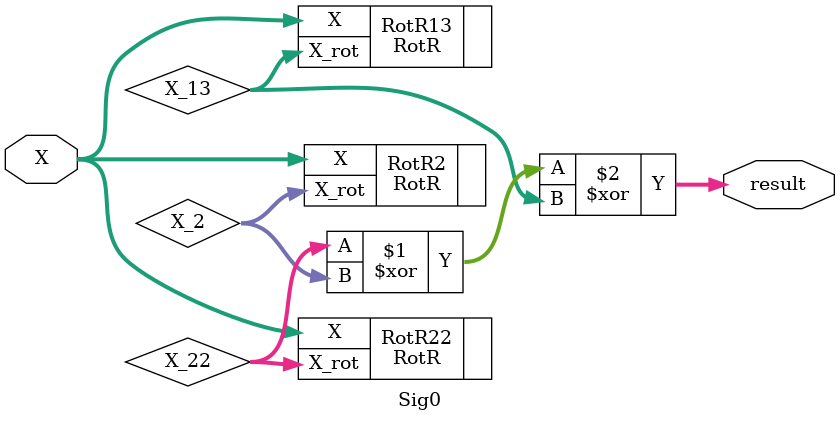
<source format=sv>
`timescale 1ns / 1ps

module Sig0(
    input [31:0] X,
    output [31:0] result 
    );
    
    wire [31:0] X_2,X_13,X_22;
    
    RotR #(.n(2)) RotR2 (
        .X(X),
        .X_rot(X_2)
    );
    
    RotR #(.n(13)) RotR13(
        .X(X),
        .X_rot(X_13)
    );
      
      
    RotR #(.n(22)) RotR22 (
        .X(X),
        .X_rot(X_22)
    );
    
    assign result = X_22 ^ X_2 ^ X_13;    
        
endmodule

</source>
